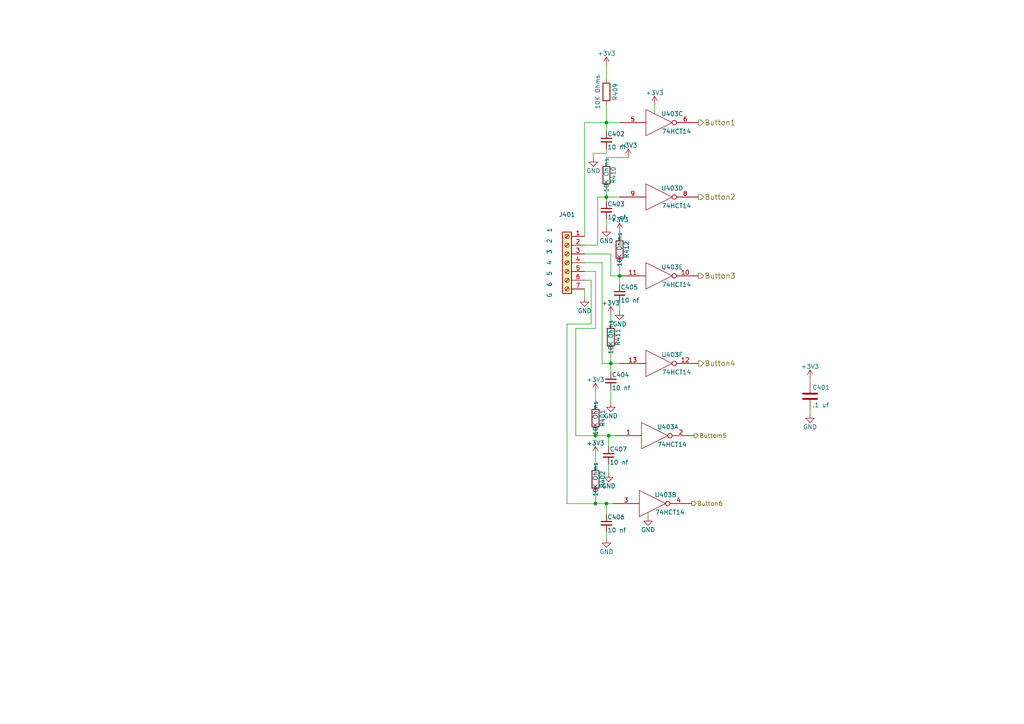
<source format=kicad_sch>
(kicad_sch (version 20211123) (generator eeschema)
  (paper "A4")
  (lib_symbols
    (symbol "Connector:Screw_Terminal_01x07" (pin_names (offset 1.016) hide)
      (property "Reference" "J" (at 0 10.16 0))
      (property "Value" "Screw_Terminal_01x07" (at 0 -10.16 0))
      (symbol "Screw_Terminal_01x07_1_1"
        (rectangle (start -1.27 8.89) (end 1.27 -8.89) (stroke (width 0.254)) (fill (type background)))
        (circle (center 0 -7.62) (radius 0.635) (stroke (width 0.1524)))
        (circle (center 0 -5.08) (radius 0.635) (stroke (width 0.1524)))
        (circle (center 0 -2.54) (radius 0.635) (stroke (width 0.1524)))
        (polyline (pts (xy -0.5334 -7.2898) (xy 0.3302 -8.128)) (stroke (width 0.1524)))
        (polyline (pts (xy -0.5334 -4.7498) (xy 0.3302 -5.588)) (stroke (width 0.1524)))
        (polyline (pts (xy -0.5334 -2.2098) (xy 0.3302 -3.048)) (stroke (width 0.1524)))
        (polyline (pts (xy -0.5334 0.3302) (xy 0.3302 -0.508)) (stroke (width 0.1524)))
        (polyline (pts (xy -0.5334 2.8702) (xy 0.3302 2.032)) (stroke (width 0.1524)))
        (polyline (pts (xy -0.5334 5.4102) (xy 0.3302 4.572)) (stroke (width 0.1524)))
        (polyline (pts (xy -0.5334 7.9502) (xy 0.3302 7.112)) (stroke (width 0.1524)))
        (polyline (pts (xy -0.3556 -7.112) (xy 0.508 -7.9502)) (stroke (width 0.1524)))
        (polyline (pts (xy -0.3556 -4.572) (xy 0.508 -5.4102)) (stroke (width 0.1524)))
        (polyline (pts (xy -0.3556 -2.032) (xy 0.508 -2.8702)) (stroke (width 0.1524)))
        (polyline (pts (xy -0.3556 0.508) (xy 0.508 -0.3302)) (stroke (width 0.1524)))
        (polyline (pts (xy -0.3556 3.048) (xy 0.508 2.2098)) (stroke (width 0.1524)))
        (polyline (pts (xy -0.3556 5.588) (xy 0.508 4.7498)) (stroke (width 0.1524)))
        (polyline (pts (xy -0.3556 8.128) (xy 0.508 7.2898)) (stroke (width 0.1524)))
        (circle (center 0 0) (radius 0.635) (stroke (width 0.1524)))
        (circle (center 0 2.54) (radius 0.635) (stroke (width 0.1524)))
        (circle (center 0 5.08) (radius 0.635) (stroke (width 0.1524)))
        (circle (center 0 7.62) (radius 0.635) (stroke (width 0.1524)))
        (pin passive line (at -5.08 7.62 0) (length 3.81) (name "Pin_1") (number "1"))
        (pin passive line (at -5.08 5.08 0) (length 3.81) (name "Pin_2") (number "2"))
        (pin passive line (at -5.08 2.54 0) (length 3.81) (name "Pin_3") (number "3"))
        (pin passive line (at -5.08 0 0) (length 3.81) (name "Pin_4") (number "4"))
        (pin passive line (at -5.08 -2.54 0) (length 3.81) (name "Pin_5") (number "5"))
        (pin passive line (at -5.08 -5.08 0) (length 3.81) (name "Pin_6") (number "6"))
        (pin passive line (at -5.08 -7.62 0) (length 3.81) (name "Pin_7") (number "7"))
      )
    )
    (symbol "ESP32-T7S3-MultiFunctionUniversalTurnout-rescue:+3V3" (power) (pin_names (offset 0))
      (property "Value" "+3V3" (at 0 3.556 0))
      (symbol "+3V3_0_1"
        (polyline (pts (xy -0.762 1.27) (xy 0 2.54)))
        (polyline (pts (xy 0 0) (xy 0 2.54)))
        (polyline (pts (xy 0 2.54) (xy 0.762 1.27)))
      )
      (symbol "+3V3_1_1"
        (pin power_in line (at 0 0 90) (length 0) hide (name "+3V3") (number "1"))
      )
    )
    (symbol "ESP32-T7S3-MultiFunctionUniversalTurnout-rescue:74HC14" (pin_names (offset 0.762))
      (property "Reference" "U" (at 3.81 2.54 0))
      (property "Value" "74HC14" (at 5.08 -2.54 0))
      (symbol "74HC14_0_0"
        (polyline (pts (xy -3.81 3.81) (xy -3.81 -3.81) (xy 3.81 0) (xy -3.81 3.81)))
        (pin power_in line (at -1.27 2.54 270) (length 0) hide (name "VCC") (number "14"))
        (pin power_in line (at -1.27 -2.54 90) (length 0) hide (name "GND") (number "7"))
      )
      (symbol "74HC14_1_1"
        (pin input line (at -11.43 0 0) (length 7.62) (name "~") (number "1"))
        (pin output inverted (at 11.43 0 180) (length 7.62) (name "~") (number "2"))
      )
      (symbol "74HC14_1_2"
        (pin input inverted (at -11.43 0 0) (length 7.62) (name "~") (number "1"))
        (pin output line (at 11.43 0 180) (length 7.62) (name "~") (number "2"))
      )
      (symbol "74HC14_2_1"
        (pin input line (at -11.43 0 0) (length 7.62) (name "~") (number "3"))
        (pin output inverted (at 11.43 0 180) (length 7.62) (name "~") (number "4"))
      )
      (symbol "74HC14_2_2"
        (pin input inverted (at -11.43 0 0) (length 7.62) (name "~") (number "3"))
        (pin output line (at 11.43 0 180) (length 7.62) (name "~") (number "4"))
      )
      (symbol "74HC14_3_1"
        (pin input line (at -11.43 0 0) (length 7.62) (name "~") (number "5"))
        (pin output inverted (at 11.43 0 180) (length 7.62) (name "~") (number "6"))
      )
      (symbol "74HC14_3_2"
        (pin input inverted (at -11.43 0 0) (length 7.62) (name "~") (number "5"))
        (pin output line (at 11.43 0 180) (length 7.62) (name "~") (number "6"))
      )
      (symbol "74HC14_4_1"
        (pin output inverted (at 11.43 0 180) (length 7.62) (name "~") (number "8"))
        (pin input line (at -11.43 0 0) (length 7.62) (name "~") (number "9"))
      )
      (symbol "74HC14_4_2"
        (pin output line (at 11.43 0 180) (length 7.62) (name "~") (number "8"))
        (pin input inverted (at -11.43 0 0) (length 7.62) (name "~") (number "9"))
      )
      (symbol "74HC14_5_1"
        (pin output inverted (at 11.43 0 180) (length 7.62) (name "~") (number "10"))
        (pin input line (at -11.43 0 0) (length 7.62) (name "~") (number "11"))
      )
      (symbol "74HC14_5_2"
        (pin output line (at 11.43 0 180) (length 7.62) (name "~") (number "10"))
        (pin input inverted (at -11.43 0 0) (length 7.62) (name "~") (number "11"))
      )
      (symbol "74HC14_6_1"
        (pin output inverted (at 11.43 0 180) (length 7.62) (name "~") (number "12"))
        (pin input line (at -11.43 0 0) (length 7.62) (name "~") (number "13"))
      )
      (symbol "74HC14_6_2"
        (pin output line (at 11.43 0 180) (length 7.62) (name "~") (number "12"))
        (pin input inverted (at -11.43 0 0) (length 7.62) (name "~") (number "13"))
      )
    )
    (symbol "ESP32-T7S3-MultiFunctionUniversalTurnout-rescue:C" (pin_numbers hide) (pin_names (offset 0.254))
      (property "Reference" "C" (at 0.635 2.54 0))
      (property "Value" "C" (at 0.635 -2.54 0))
      (symbol "C_0_1"
        (polyline (pts (xy -2.032 -0.762) (xy 2.032 -0.762)) (stroke (width 0.508)))
        (polyline (pts (xy -2.032 0.762) (xy 2.032 0.762)) (stroke (width 0.508)))
      )
      (symbol "C_1_1"
        (pin passive line (at 0 3.81 270) (length 2.794) (name "~") (number "1"))
        (pin passive line (at 0 -3.81 90) (length 2.794) (name "~") (number "2"))
      )
    )
    (symbol "ESP32-T7S3-MultiFunctionUniversalTurnout-rescue:C_Small" (pin_numbers hide) (pin_names (offset 0.254) hide)
      (property "Reference" "C" (at 0.254 1.778 0))
      (property "Value" "C_Small" (at 0.254 -2.032 0))
      (symbol "C_Small_0_1"
        (polyline (pts (xy -1.524 -0.508) (xy 1.524 -0.508)) (stroke (width 0.3302)))
        (polyline (pts (xy -1.524 0.508) (xy 1.524 0.508)) (stroke (width 0.3048)))
      )
      (symbol "C_Small_1_1"
        (pin passive line (at 0 2.54 270) (length 2.032) (name "~") (number "1"))
        (pin passive line (at 0 -2.54 90) (length 2.032) (name "~") (number "2"))
      )
    )
    (symbol "ESP32-T7S3-MultiFunctionUniversalTurnout-rescue:GND" (power) (pin_names (offset 0))
      (property "Value" "GND" (at 0 -3.81 0))
      (symbol "GND_0_1"
        (polyline (pts (xy 0 0) (xy 0 -1.27) (xy 1.27 -1.27) (xy 0 -2.54) (xy -1.27 -1.27) (xy 0 -1.27)))
      )
      (symbol "GND_1_1"
        (pin power_in line (at 0 0 270) (length 0) hide (name "GND") (number "1"))
      )
    )
    (symbol "ESP32-T7S3-MultiFunctionUniversalTurnout-rescue:R" (pin_numbers hide) (pin_names (offset 0))
      (property "Reference" "R" (at 2.032 0 90))
      (property "Value" "R" (at 0 0 90))
      (symbol "R_0_1"
        (rectangle (start -1.016 -2.54) (end 1.016 2.54) (stroke (width 0.254)))
      )
      (symbol "R_1_1"
        (pin passive line (at 0 3.81 270) (length 1.27) (name "~") (number "1"))
        (pin passive line (at 0 -3.81 90) (length 1.27) (name "~") (number "2"))
      )
    )
  )
  (junction (at 177.165 105.41))
  (junction (at 175.895 57.15))
  (junction (at 172.72 126.365))
  (junction (at 175.895 146.05))
  (junction (at 176.53 126.365))
  (junction (at 172.72 146.05))
  (junction (at 179.705 80.01))
  (junction (at 175.895 35.56))
  (wire (pts (xy 167.005 126.365) (xy 167.005 95.25)))
  (wire (pts (xy 172.72 95.25) (xy 172.72 78.74)))
  (wire (pts (xy 179.705 76.2) (xy 179.705 80.01)))
  (wire (pts (xy 175.895 57.15) (xy 179.705 57.15)))
  (wire (pts (xy 234.95 109.855) (xy 234.95 111.125)))
  (wire (pts (xy 176.53 134.62) (xy 176.53 137.16)))
  (wire (pts (xy 179.705 68.58) (xy 179.705 67.31)))
  (wire (pts (xy 172.72 126.365) (xy 167.005 126.365)))
  (wire (pts (xy 177.8 146.05) (xy 175.895 146.05)))
  (wire (pts (xy 169.545 35.56) (xy 175.895 35.56)))
  (wire (pts (xy 177.165 105.41) (xy 179.705 105.41)))
  (wire (pts (xy 169.545 81.28) (xy 171.45 81.28)))
  (wire (pts (xy 177.165 73.66) (xy 177.165 80.01)))
  (wire (pts (xy 169.545 73.66) (xy 177.165 73.66)))
  (wire (pts (xy 169.545 83.82) (xy 169.545 86.36)))
  (wire (pts (xy 177.165 91.44) (xy 177.165 93.98)))
  (wire (pts (xy 173.355 57.15) (xy 175.895 57.15)))
  (wire (pts (xy 169.545 71.12) (xy 173.355 71.12)))
  (wire (pts (xy 172.72 126.365) (xy 172.72 125.095)))
  (wire (pts (xy 175.895 44.45) (xy 172.085 44.45)))
  (wire (pts (xy 175.895 57.15) (xy 175.895 58.42)))
  (wire (pts (xy 175.895 35.56) (xy 175.895 38.1)))
  (wire (pts (xy 169.545 76.2) (xy 174.625 76.2)))
  (wire (pts (xy 178.435 126.365) (xy 176.53 126.365)))
  (wire (pts (xy 172.72 113.665) (xy 172.72 117.475)))
  (wire (pts (xy 173.355 71.12) (xy 173.355 57.15)))
  (wire (pts (xy 172.72 132.08) (xy 172.72 135.255)))
  (wire (pts (xy 164.465 146.05) (xy 172.72 146.05)))
  (wire (pts (xy 175.895 54.61) (xy 175.895 57.15)))
  (wire (pts (xy 172.72 146.05) (xy 172.72 142.875)))
  (wire (pts (xy 177.165 116.84) (xy 177.165 113.03)))
  (wire (pts (xy 179.705 87.63) (xy 179.705 90.17)))
  (wire (pts (xy 164.465 93.98) (xy 164.465 146.05)))
  (wire (pts (xy 174.625 76.2) (xy 174.625 105.41)))
  (wire (pts (xy 175.895 30.48) (xy 175.895 35.56)))
  (wire (pts (xy 172.72 78.74) (xy 169.545 78.74)))
  (wire (pts (xy 187.96 148.59) (xy 187.96 149.86)))
  (wire (pts (xy 175.895 146.05) (xy 175.895 149.225)))
  (wire (pts (xy 175.895 66.04) (xy 175.895 63.5)))
  (wire (pts (xy 171.45 81.28) (xy 171.45 93.98)))
  (wire (pts (xy 177.165 101.6) (xy 177.165 105.41)))
  (wire (pts (xy 189.865 30.48) (xy 189.865 33.02)))
  (wire (pts (xy 177.165 105.41) (xy 177.165 107.95)))
  (wire (pts (xy 167.005 95.25) (xy 172.72 95.25)))
  (wire (pts (xy 177.165 80.01) (xy 179.705 80.01)))
  (wire (pts (xy 176.53 126.365) (xy 176.53 129.54)))
  (wire (pts (xy 234.95 118.745) (xy 234.95 120.015)))
  (wire (pts (xy 175.895 19.05) (xy 175.895 22.86)))
  (wire (pts (xy 175.895 43.18) (xy 175.895 44.45)))
  (wire (pts (xy 175.895 45.72) (xy 175.895 46.99)))
  (wire (pts (xy 175.895 45.72) (xy 182.245 45.72)))
  (wire (pts (xy 169.545 68.58) (xy 169.545 35.56)))
  (wire (pts (xy 174.625 105.41) (xy 177.165 105.41)))
  (wire (pts (xy 172.085 44.45) (xy 172.085 45.72)))
  (wire (pts (xy 176.53 126.365) (xy 172.72 126.365)))
  (wire (pts (xy 171.45 93.98) (xy 164.465 93.98)))
  (wire (pts (xy 175.895 154.305) (xy 175.895 156.21)))
  (wire (pts (xy 175.895 146.05) (xy 172.72 146.05)))
  (wire (pts (xy 179.705 80.01) (xy 179.705 82.55)))
  (wire (pts (xy 175.895 35.56) (xy 179.705 35.56)))
  (hierarchical_label "Button1" (shape output) (at 202.565 35.56 0) (effects (font (size 1.524 1.524))))
  (hierarchical_label "Button3" (shape output) (at 202.565 80.01 0) (effects (font (size 1.524 1.524))))
  (hierarchical_label "Button4" (shape output) (at 202.565 105.41 0) (effects (font (size 1.524 1.524))))
  (hierarchical_label "Button6" (shape output) (at 200.66 146.05 0))
  (hierarchical_label "Button2" (shape output) (at 202.565 57.15 0) (effects (font (size 1.524 1.524))))
  (hierarchical_label "Buttom5" (shape output) (at 201.295 126.365 0))
  (symbol (lib_id "ESP32-T7S3-MultiFunctionUniversalTurnout-rescue:74HC14") (at 191.135 35.56 0) (unit 3)
    (property "Reference" "U403" (at 194.945 33.02 0))
    (property "Value" "74HCT14" (at 196.215 38.1 0))
    (property "Footprint" "Package_DIP:DIP-14_W7.62mm" (effects hide))
    (property "Mouser Part Number" "595-CD74HC14E" (effects hide))
  )
  (symbol (lib_id "ESP32-T7S3-MultiFunctionUniversalTurnout-rescue:74HC14") (at 191.135 57.15 0) (unit 4)
    (property "Reference" "U403" (at 194.945 54.61 0))
    (property "Value" "74HCT14" (at 196.215 59.69 0))
    (property "Footprint" "Package_DIP:DIP-14_W7.62mm" (effects hide))
    (property "Mouser Part Number" "595-CD74HC14E" (effects hide))
  )
  (symbol (lib_id "ESP32-T7S3-MultiFunctionUniversalTurnout-rescue:74HC14") (at 191.135 80.01 0) (unit 5)
    (property "Reference" "U403" (at 194.945 77.47 0))
    (property "Value" "74HCT14" (at 196.215 82.55 0))
    (property "Footprint" "Package_DIP:DIP-14_W7.62mm" (effects hide))
    (property "Mouser Part Number" "595-CD74HC14E" (effects hide))
  )
  (symbol (lib_id "ESP32-T7S3-MultiFunctionUniversalTurnout-rescue:74HC14") (at 191.135 105.41 0) (unit 6)
    (property "Reference" "U403" (at 194.945 102.87 0))
    (property "Value" "74HCT14" (at 196.215 107.95 0))
    (property "Footprint" "Package_DIP:DIP-14_W7.62mm" (effects hide))
    (property "Mouser Part Number" "595-CD74HC14E" (effects hide))
  )
  (symbol (lib_id "ESP32-T7S3-MultiFunctionUniversalTurnout-rescue:74HC14") (at 189.865 126.365 0) (unit 1)
    (property "Reference" "U403" (at 193.675 123.825 0))
    (property "Value" "74HCT14" (at 194.945 128.905 0))
    (property "Footprint" "Package_DIP:DIP-14_W7.62mm" (effects hide))
    (property "Mouser Part Number" "595-CD74HC14E" (effects hide))
  )
  (symbol (lib_id "ESP32-T7S3-MultiFunctionUniversalTurnout-rescue:74HC14") (at 189.23 146.05 0) (unit 2)
    (property "Reference" "U403" (at 193.04 143.51 0))
    (property "Value" "74HCT14" (at 194.31 148.59 0))
    (property "Footprint" "Package_DIP:DIP-14_W7.62mm" (effects hide))
    (property "Mouser Part Number" "595-CD74HC14E" (effects hide))
  )
  (symbol (lib_id "ESP32-T7S3-MultiFunctionUniversalTurnout-rescue:GND") (at 187.96 149.86 0) (unit 1)
    (property "Reference" "#PWR012" (effects hide))
    (property "Value" "GND" (at 187.96 153.67 0))
  )
  (symbol (lib_id "ESP32-T7S3-MultiFunctionUniversalTurnout-rescue:+3V3") (at 189.865 30.48 0) (unit 1)
    (property "Reference" "#PWR013" (effects hide))
    (property "Value" "+3V3" (at 189.865 26.924 0))
  )
  (symbol (lib_id "ESP32-T7S3-MultiFunctionUniversalTurnout-rescue:C") (at 234.95 114.935 0) (unit 1)
    (property "Reference" "C401" (at 235.585 112.395 0) (effects (justify left)))
    (property "Value" ".1 uf" (at 235.585 117.475 0) (effects (justify left)))
    (property "Footprint" "Capacitor_THT:C_Rect_L4.0mm_W2.5mm_P2.50mm" (effects hide))
    (property "Mouser Part Number" "810-FA18X8R1E104KNU6" (effects hide))
  )
  (symbol (lib_id "ESP32-T7S3-MultiFunctionUniversalTurnout-rescue:GND") (at 169.545 86.36 0) (unit 1)
    (property "Reference" "#PWR014" (effects hide))
    (property "Value" "GND" (at 169.545 90.17 0))
  )
  (symbol (lib_id "ESP32-T7S3-MultiFunctionUniversalTurnout-rescue:R") (at 175.895 26.67 0) (unit 1)
    (property "Reference" "R409" (at 178.435 26.67 90))
    (property "Value" "10K Ohms" (at 173.355 26.67 90))
    (property "Footprint" "Resistor_THT:R_Axial_DIN0204_L3.6mm_D1.6mm_P2.54mm_Vertical" (effects hide))
    (property "Mouser Part Number" "708-CF18JT10K0" (effects hide))
  )
  (symbol (lib_id "ESP32-T7S3-MultiFunctionUniversalTurnout-rescue:C_Small") (at 175.895 40.64 0) (unit 1)
    (property "Reference" "C402" (at 176.149 38.862 0) (effects (justify left)))
    (property "Value" "10 nf" (at 176.149 42.672 0) (effects (justify left)))
    (property "Footprint" "Capacitor_THT:C_Rect_L4.0mm_W2.5mm_P2.50mm" (effects hide))
    (property "Mouser Part Number" "80-C320C103K3G5TA" (effects hide))
  )
  (symbol (lib_id "ESP32-T7S3-MultiFunctionUniversalTurnout-rescue:R") (at 175.895 50.8 0) (unit 1)
    (property "Reference" "R410" (at 177.927 50.8 90))
    (property "Value" "10K Ohms" (at 175.895 50.8 90))
    (property "Footprint" "Resistor_THT:R_Axial_DIN0204_L3.6mm_D1.6mm_P2.54mm_Vertical" (effects hide))
    (property "Mouser Part Number" "708-CF18JT10K0" (effects hide))
  )
  (symbol (lib_id "ESP32-T7S3-MultiFunctionUniversalTurnout-rescue:R") (at 179.705 72.39 0) (unit 1)
    (property "Reference" "R412" (at 181.737 72.39 90))
    (property "Value" "10K Ohms" (at 179.705 72.39 90))
    (property "Footprint" "Resistor_THT:R_Axial_DIN0204_L3.6mm_D1.6mm_P2.54mm_Vertical" (effects hide))
    (property "Mouser Part Number" "708-CF18JT10K0" (effects hide))
  )
  (symbol (lib_id "ESP32-T7S3-MultiFunctionUniversalTurnout-rescue:R") (at 177.165 97.79 0) (unit 1)
    (property "Reference" "R411" (at 179.197 97.79 90))
    (property "Value" "10K Ohms" (at 177.165 97.79 90))
    (property "Footprint" "Resistor_THT:R_Axial_DIN0204_L3.6mm_D1.6mm_P2.54mm_Vertical" (effects hide))
    (property "Mouser Part Number" "708-CF18JT10K0" (effects hide))
  )
  (symbol (lib_id "ESP32-T7S3-MultiFunctionUniversalTurnout-rescue:C_Small") (at 175.895 60.96 0) (unit 1)
    (property "Reference" "C403" (at 176.149 59.182 0) (effects (justify left)))
    (property "Value" "10 nf" (at 176.149 62.992 0) (effects (justify left)))
    (property "Footprint" "Capacitor_THT:C_Rect_L4.0mm_W2.5mm_P2.50mm" (effects hide))
    (property "Mouser Part Number" "80-C320C103K3G5TA" (effects hide))
  )
  (symbol (lib_id "ESP32-T7S3-MultiFunctionUniversalTurnout-rescue:C_Small") (at 179.705 85.09 0) (unit 1)
    (property "Reference" "C405" (at 179.959 83.312 0) (effects (justify left)))
    (property "Value" "10 nf" (at 179.959 87.122 0) (effects (justify left)))
    (property "Footprint" "Capacitor_THT:C_Rect_L4.0mm_W2.5mm_P2.50mm" (effects hide))
    (property "Mouser Part Number" "80-C320C103K3G5TA" (effects hide))
  )
  (symbol (lib_id "ESP32-T7S3-MultiFunctionUniversalTurnout-rescue:C_Small") (at 177.165 110.49 0) (unit 1)
    (property "Reference" "C404" (at 177.419 108.712 0) (effects (justify left)))
    (property "Value" "10 nf" (at 177.419 112.522 0) (effects (justify left)))
    (property "Footprint" "Capacitor_THT:C_Rect_L4.0mm_W2.5mm_P2.50mm" (effects hide))
    (property "Mouser Part Number" "80-C320C103K3G5TA" (effects hide))
  )
  (symbol (lib_id "ESP32-T7S3-MultiFunctionUniversalTurnout-rescue:+3V3") (at 175.895 19.05 0) (unit 1)
    (property "Reference" "#PWR015" (effects hide))
    (property "Value" "+3V3" (at 175.895 15.494 0))
  )
  (symbol (lib_id "ESP32-T7S3-MultiFunctionUniversalTurnout-rescue:+3V3") (at 182.245 45.72 0) (unit 1)
    (property "Reference" "#PWR016" (effects hide))
    (property "Value" "+3V3" (at 182.245 42.164 0))
  )
  (symbol (lib_id "ESP32-T7S3-MultiFunctionUniversalTurnout-rescue:+3V3") (at 179.705 67.31 0) (unit 1)
    (property "Reference" "#PWR017" (effects hide))
    (property "Value" "+3V3" (at 179.705 63.754 0))
  )
  (symbol (lib_id "ESP32-T7S3-MultiFunctionUniversalTurnout-rescue:+3V3") (at 177.165 91.44 0) (unit 1)
    (property "Reference" "#PWR018" (effects hide))
    (property "Value" "+3V3" (at 177.165 87.884 0))
  )
  (symbol (lib_id "ESP32-T7S3-MultiFunctionUniversalTurnout-rescue:GND") (at 172.085 45.72 0) (unit 1)
    (property "Reference" "#PWR019" (effects hide))
    (property "Value" "GND" (at 172.085 49.53 0))
  )
  (symbol (lib_id "ESP32-T7S3-MultiFunctionUniversalTurnout-rescue:GND") (at 175.895 66.04 0) (unit 1)
    (property "Reference" "#PWR020" (effects hide))
    (property "Value" "GND" (at 175.895 69.85 0))
  )
  (symbol (lib_id "ESP32-T7S3-MultiFunctionUniversalTurnout-rescue:GND") (at 179.705 90.17 0) (unit 1)
    (property "Reference" "#PWR021" (effects hide))
    (property "Value" "GND" (at 179.705 93.98 0))
  )
  (symbol (lib_id "ESP32-T7S3-MultiFunctionUniversalTurnout-rescue:GND") (at 177.165 116.84 0) (unit 1)
    (property "Reference" "#PWR022" (effects hide))
    (property "Value" "GND" (at 177.165 120.65 0))
  )
  (symbol (lib_id "ESP32-T7S3-MultiFunctionUniversalTurnout-rescue:+3V3") (at 234.95 109.855 0) (unit 1)
    (property "Reference" "#PWR0405" (effects hide))
    (property "Value" "+3V3" (at 234.95 106.299 0))
  )
  (symbol (lib_id "ESP32-T7S3-MultiFunctionUniversalTurnout-rescue:R") (at 172.72 121.285 0) (unit 1)
    (property "Reference" "R401" (at 174.752 121.285 90))
    (property "Value" "10K Ohms" (at 172.72 121.285 90))
    (property "Footprint" "Resistor_THT:R_Axial_DIN0204_L3.6mm_D1.6mm_P2.54mm_Vertical" (effects hide))
    (property "Mouser Part Number" "708-CF18JT10K0" (effects hide))
  )
  (symbol (lib_id "ESP32-T7S3-MultiFunctionUniversalTurnout-rescue:GND") (at 234.95 120.015 0) (unit 1)
    (property "Reference" "#PWR0406" (effects hide))
    (property "Value" "GND" (at 234.95 123.825 0))
  )
  (symbol (lib_id "ESP32-T7S3-MultiFunctionUniversalTurnout-rescue:GND") (at 176.53 137.16 0) (unit 1)
    (property "Reference" "#PWR0404" (effects hide))
    (property "Value" "GND" (at 176.53 140.97 0))
  )
  (symbol (lib_id "Connector:Screw_Terminal_01x07") (at 164.465 76.2 0) (mirror y) (unit 1)
    (property "Reference" "J401" (at 164.465 62.23 0))
    (property "Value" "G  6  5  4  3  2  1" (at 159.385 76.2 90))
    (property "Footprint" "TerminalBlock_TE-Connectivity:TerminalBlock_TE_282834-7_1x07_P2.54mm_Horizontal" (effects hide))
    (property "Mouser Part Number" "571-282834-7" (effects hide))
  )
  (symbol (lib_id "ESP32-T7S3-MultiFunctionUniversalTurnout-rescue:GND") (at 175.895 156.21 0) (unit 1)
    (property "Reference" "#PWR0403" (effects hide))
    (property "Value" "GND" (at 175.895 160.02 0))
  )
  (symbol (lib_id "ESP32-T7S3-MultiFunctionUniversalTurnout-rescue:C_Small") (at 175.895 151.765 0) (unit 1)
    (property "Reference" "C406" (at 176.149 149.987 0) (effects (justify left)))
    (property "Value" "10 nf" (at 176.149 153.797 0) (effects (justify left)))
    (property "Footprint" "Capacitor_THT:C_Rect_L4.0mm_W2.5mm_P2.50mm" (effects hide))
    (property "Mouser Part Number" "80-C320C103K3G5TA" (effects hide))
  )
  (symbol (lib_id "ESP32-T7S3-MultiFunctionUniversalTurnout-rescue:+3V3") (at 172.72 113.665 0) (unit 1)
    (property "Reference" "#PWR0401" (effects hide))
    (property "Value" "+3V3" (at 172.72 110.109 0))
  )
  (symbol (lib_id "ESP32-T7S3-MultiFunctionUniversalTurnout-rescue:C_Small") (at 176.53 132.08 0) (unit 1)
    (property "Reference" "C407" (at 176.784 130.302 0) (effects (justify left)))
    (property "Value" "10 nf" (at 176.784 134.112 0) (effects (justify left)))
    (property "Footprint" "Capacitor_THT:C_Rect_L4.0mm_W2.5mm_P2.50mm" (effects hide))
    (property "Mouser Part Number" "80-C320C103K3G5TA" (effects hide))
  )
  (symbol (lib_id "ESP32-T7S3-MultiFunctionUniversalTurnout-rescue:R") (at 172.72 139.065 0) (unit 1)
    (property "Reference" "R402" (at 174.752 139.065 90))
    (property "Value" "10K Ohms" (at 172.72 139.065 90))
    (property "Footprint" "Resistor_THT:R_Axial_DIN0204_L3.6mm_D1.6mm_P2.54mm_Vertical" (effects hide))
    (property "Mouser Part Number" "708-CF18JT10K0" (effects hide))
  )
  (symbol (lib_id "ESP32-T7S3-MultiFunctionUniversalTurnout-rescue:+3V3") (at 172.72 132.08 0) (unit 1)
    (property "Reference" "#PWR0402" (effects hide))
    (property "Value" "+3V3" (at 172.72 128.524 0))
  )
)
</source>
